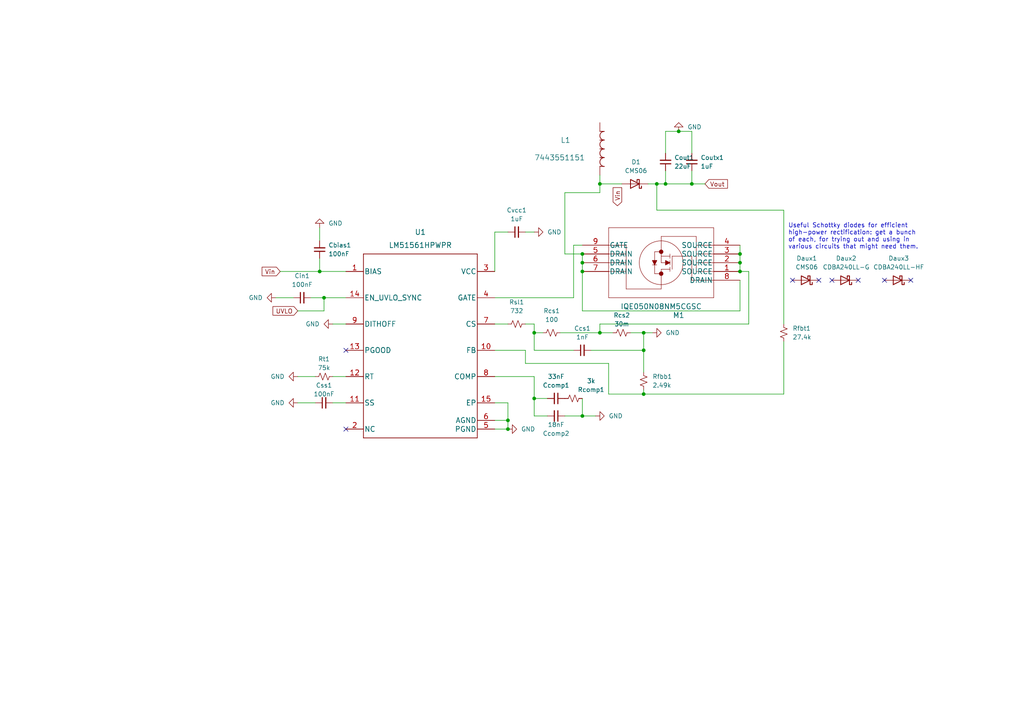
<source format=kicad_sch>
(kicad_sch (version 20211123) (generator eeschema)
  (paper "A4")
  (lib_symbols
    (symbol "2023-01-29_23-53-00:LM51561HPWPR" (pin_names (offset 0.254))
      (property "Reference" "U" (at 0 2.54 0))
      (property "Value" "LM51561HPWPR" (at 0 0 0))
      (symbol "LM51561HPWPR_1_1"
        (polyline (pts (xy 5.08 -48.26) (xy 38.1 -48.26)) (stroke (width 0.2032)))
        (polyline (pts (xy 5.08 5.08) (xy 5.08 -48.26)) (stroke (width 0.2032)))
        (polyline (pts (xy 38.1 -48.26) (xy 38.1 5.08)) (stroke (width 0.2032)))
        (polyline (pts (xy 38.1 5.08) (xy 5.08 5.08)) (stroke (width 0.2032)))
        (pin power_in line (at 0 0 0) (length 5.08) (name "BIAS") (number "1"))
        (pin unspecified line (at 43.18 -22.86 180) (length 5.08) (name "FB") (number "10"))
        (pin unspecified line (at 0 -38.1 0) (length 5.08) (name "SS") (number "11"))
        (pin unspecified line (at 0 -30.48 0) (length 5.08) (name "RT") (number "12"))
        (pin open_collector line (at 0 -22.86 0) (length 5.08) (name "PGOOD") (number "13"))
        (pin input line (at 0 -7.62 0) (length 5.08) (name "EN_UVLO_SYNC") (number "14"))
        (pin unspecified line (at 43.18 -38.1 180) (length 5.08) (name "EP") (number "15"))
        (pin unspecified line (at 0 -45.72 0) (length 5.08) (name "NC") (number "2"))
        (pin unspecified line (at 43.18 0 180) (length 5.08) (name "VCC") (number "3"))
        (pin unspecified line (at 43.18 -7.62 180) (length 5.08) (name "GATE") (number "4"))
        (pin power_in line (at 43.18 -45.72 180) (length 5.08) (name "PGND") (number "5"))
        (pin power_in line (at 43.18 -43.18 180) (length 5.08) (name "AGND") (number "6"))
        (pin unspecified line (at 43.18 -15.24 180) (length 5.08) (name "CS") (number "7"))
        (pin unspecified line (at 43.18 -30.48 180) (length 5.08) (name "COMP") (number "8"))
        (pin input line (at 0 -15.24 0) (length 5.08) (name "DITHOFF") (number "9"))
      )
    )
    (symbol "2023-01-30_00-16-33:IQE050N08NM5CGATMA1" (pin_names (offset 0.254))
      (property "Reference" "U" (at 22.86 12.7 0))
      (property "Value" "IQE050N08NM5CGATMA1" (at 22.86 10.16 0))
      (symbol "IQE050N08NM5CGATMA1_1_1"
        (polyline (pts (xy 7.62 -12.7) (xy 38.1 -12.7)) (stroke (width 0.127)))
        (polyline (pts (xy 7.62 -7.62) (xy 12.7 -7.62)) (stroke (width 0.127)))
        (polyline (pts (xy 7.62 -5.08) (xy 12.7 -5.08)) (stroke (width 0.127)))
        (polyline (pts (xy 7.62 -2.54) (xy 12.7 -2.54)) (stroke (width 0.127)))
        (polyline (pts (xy 7.62 0) (xy 12.7 0)) (stroke (width 0.127)))
        (polyline (pts (xy 7.62 2.54) (xy 13.97 2.54)) (stroke (width 0.127)))
        (polyline (pts (xy 7.62 7.62) (xy 7.62 -12.7)) (stroke (width 0.127)))
        (polyline (pts (xy 12.7 -10.16) (xy 22.86 -10.16)) (stroke (width 0.127)))
        (polyline (pts (xy 12.7 0) (xy 12.7 -10.16)) (stroke (width 0.127)))
        (polyline (pts (xy 13.97 2.54) (xy 13.97 -4.445)) (stroke (width 0.127)))
        (polyline (pts (xy 19.685 -4.445) (xy 13.97 -4.445)) (stroke (width 0.127)))
        (polyline (pts (xy 19.685 -0.635) (xy 19.685 -4.445)) (stroke (width 0.127)))
        (polyline (pts (xy 20.32 -4.445) (xy 22.86 -4.445)) (stroke (width 0.127)))
        (polyline (pts (xy 20.32 -3.81) (xy 20.32 -5.08)) (stroke (width 0.127)))
        (polyline (pts (xy 20.32 -2.54) (xy 21.59 -3.175)) (stroke (width 0.127)))
        (polyline (pts (xy 20.32 -2.54) (xy 21.59 -1.905)) (stroke (width 0.127)))
        (polyline (pts (xy 20.32 -1.905) (xy 20.32 -3.175)) (stroke (width 0.127)))
        (polyline (pts (xy 20.32 -1.27) (xy 20.32 0)) (stroke (width 0.127)))
        (polyline (pts (xy 20.32 -0.635) (xy 22.86 -0.635)) (stroke (width 0.127)))
        (polyline (pts (xy 21.59 -1.905) (xy 21.59 -3.175)) (stroke (width 0.127)))
        (polyline (pts (xy 22.86 -5.715) (xy 24.765 -5.715)) (stroke (width 0.127)))
        (polyline (pts (xy 22.86 -2.54) (xy 20.32 -2.54)) (stroke (width 0.127)))
        (polyline (pts (xy 22.86 -2.54) (xy 22.86 -10.16)) (stroke (width 0.127)))
        (polyline (pts (xy 22.86 -0.635) (xy 22.86 5.08)) (stroke (width 0.127)))
        (polyline (pts (xy 22.86 0.635) (xy 24.765 0.635)) (stroke (width 0.127)))
        (polyline (pts (xy 24.13 -3.175) (xy 25.4 -3.175)) (stroke (width 0.127)))
        (polyline (pts (xy 24.13 -1.905) (xy 25.4 -1.905)) (stroke (width 0.127)))
        (polyline (pts (xy 24.765 -5.715) (xy 24.765 0.635)) (stroke (width 0.127)))
        (polyline (pts (xy 24.765 -1.905) (xy 24.13 -3.175)) (stroke (width 0.127)))
        (polyline (pts (xy 25.4 -3.175) (xy 24.765 -1.905)) (stroke (width 0.127)))
        (polyline (pts (xy 33.02 -7.62) (xy 33.02 5.08)) (stroke (width 0.127)))
        (polyline (pts (xy 33.02 5.08) (xy 22.86 5.08)) (stroke (width 0.127)))
        (polyline (pts (xy 38.1 -12.7) (xy 38.1 7.62)) (stroke (width 0.127)))
        (polyline (pts (xy 38.1 -7.62) (xy 33.02 -7.62)) (stroke (width 0.127)))
        (polyline (pts (xy 38.1 -5.08) (xy 33.02 -5.08)) (stroke (width 0.127)))
        (polyline (pts (xy 38.1 -2.54) (xy 33.02 -2.54)) (stroke (width 0.127)))
        (polyline (pts (xy 38.1 0) (xy 33.02 0)) (stroke (width 0.127)))
        (polyline (pts (xy 38.1 7.62) (xy 7.62 7.62)) (stroke (width 0.127)))
        (polyline (pts (xy 20.32 -2.54) (xy 21.59 -1.905) (xy 21.59 -3.175) (xy 20.32 -2.54)) (fill (type outline)))
        (polyline (pts (xy 24.13 -3.175) (xy 25.4 -3.175) (xy 24.765 -1.905) (xy 24.13 -3.175)) (fill (type outline)))
        (arc (start 22.733 -5.715) (mid 22.987 -5.715) (end 22.733 -5.715) (stroke (width 0.508)))
        (arc (start 22.733 0.635) (mid 22.987 0.635) (end 22.733 0.635) (stroke (width 0.508)))
        (circle (center 22.86 -5.715) (radius 0.127) (stroke (width 0.508)))
        (circle (center 22.86 -2.54) (radius 6.35) (stroke (width 0.127)))
        (circle (center 22.86 0.635) (radius 0.127) (stroke (width 0.508)))
        (arc (start 22.86 3.81) (mid 22.86 -8.89) (end 22.86 3.81) (stroke (width 0.127)))
        (pin unspecified line (at 0 0 0) (length 7.62) (name "SOURCE") (number "1"))
        (pin unspecified line (at 0 -2.54 0) (length 7.62) (name "SOURCE") (number "2"))
        (pin unspecified line (at 0 -5.08 0) (length 7.62) (name "SOURCE") (number "3"))
        (pin unspecified line (at 0 -7.62 0) (length 7.62) (name "SOURCE") (number "4"))
        (pin unspecified line (at 45.72 -5.08 180) (length 7.62) (name "DRAIN") (number "5"))
        (pin unspecified line (at 45.72 -2.54 180) (length 7.62) (name "DRAIN") (number "6"))
        (pin unspecified line (at 45.72 0 180) (length 7.62) (name "DRAIN") (number "7"))
        (pin unspecified line (at 0 2.54 0) (length 7.62) (name "DRAIN") (number "8"))
        (pin unspecified line (at 45.72 -7.62 180) (length 7.62) (name "GATE") (number "9"))
      )
    )
    (symbol "2023-01-30_01-28-52:7443551151" (pin_numbers hide) (pin_names (offset 1.651) hide)
      (property "Reference" "L" (at 6.985 5.08 0))
      (property "Value" "7443551151" (at 6.985 -5.715 0))
      (symbol "7443551151_1_1"
        (polyline (pts (xy 2.54 0) (xy 2.54 1.27)) (stroke (width 0.2032)))
        (polyline (pts (xy 5.08 0) (xy 5.08 1.27)) (stroke (width 0.2032)))
        (polyline (pts (xy 7.62 0) (xy 7.62 1.27)) (stroke (width 0.2032)))
        (polyline (pts (xy 10.16 0) (xy 10.16 1.27)) (stroke (width 0.2032)))
        (polyline (pts (xy 12.7 0) (xy 12.7 1.27)) (stroke (width 0.2032)))
        (arc (start 2.54 1.27) (mid 3.81 0) (end 5.08 1.27) (stroke (width 0.2032)))
        (arc (start 5.08 1.27) (mid 6.35 0) (end 7.62 1.27) (stroke (width 0.2032)))
        (arc (start 7.62 1.27) (mid 8.89 0) (end 10.16 1.27) (stroke (width 0.2032)))
        (arc (start 10.16 1.27) (mid 11.43 0) (end 12.7 1.27) (stroke (width 0.2032)))
        (pin unspecified line (at 15.24 0 180) (length 2.54) (name "1") (number "1"))
        (pin unspecified line (at 0 0 0) (length 2.54) (name "2") (number "2"))
      )
    )
    (symbol "Device:C_Small" (pin_numbers hide) (pin_names (offset 0.254) hide)
      (property "Reference" "C" (at 0.254 1.778 0))
      (property "Value" "C_Small" (at 0.254 -2.032 0))
      (symbol "C_Small_0_1"
        (polyline (pts (xy -1.524 -0.508) (xy 1.524 -0.508)) (stroke (width 0.3302)))
        (polyline (pts (xy -1.524 0.508) (xy 1.524 0.508)) (stroke (width 0.3048)))
      )
      (symbol "C_Small_1_1"
        (pin passive line (at 0 2.54 270) (length 2.032) (name "~") (number "1"))
        (pin passive line (at 0 -2.54 90) (length 2.032) (name "~") (number "2"))
      )
    )
    (symbol "Device:D_Schottky" (pin_numbers hide) (pin_names (offset 1.016) hide)
      (property "Reference" "D" (at 0 2.54 0))
      (property "Value" "D_Schottky" (at 0 -2.54 0))
      (symbol "D_Schottky_0_1"
        (polyline (pts (xy 1.27 0) (xy -1.27 0)))
        (polyline (pts (xy 1.27 1.27) (xy 1.27 -1.27) (xy -1.27 0) (xy 1.27 1.27)) (stroke (width 0.254)))
        (polyline (pts (xy -1.905 0.635) (xy -1.905 1.27) (xy -1.27 1.27) (xy -1.27 -1.27) (xy -0.635 -1.27) (xy -0.635 -0.635)) (stroke (width 0.254)))
      )
      (symbol "D_Schottky_1_1"
        (pin passive line (at -3.81 0 0) (length 2.54) (name "K") (number "1"))
        (pin passive line (at 3.81 0 180) (length 2.54) (name "A") (number "2"))
      )
    )
    (symbol "Device:R_Small_US" (pin_numbers hide) (pin_names (offset 0.254) hide)
      (property "Reference" "R" (at 0.762 0.508 0))
      (property "Value" "R_Small_US" (at 0.762 -1.016 0))
      (symbol "R_Small_US_1_1"
        (polyline (pts (xy 0 0) (xy 1.016 -0.381) (xy 0 -0.762) (xy -1.016 -1.143) (xy 0 -1.524)))
        (polyline (pts (xy 0 1.524) (xy 1.016 1.143) (xy 0 0.762) (xy -1.016 0.381) (xy 0 0)))
        (pin passive line (at 0 2.54 270) (length 1.016) (name "~") (number "1"))
        (pin passive line (at 0 -2.54 90) (length 1.016) (name "~") (number "2"))
      )
    )
    (symbol "power:GND" (power) (pin_names (offset 0))
      (property "Value" "GND" (at 0 -3.81 0))
      (symbol "GND_0_1"
        (polyline (pts (xy 0 0) (xy 0 -1.27) (xy 1.27 -1.27) (xy 0 -2.54) (xy -1.27 -1.27) (xy 0 -1.27)))
      )
      (symbol "GND_1_1"
        (pin power_in line (at 0 0 270) (length 0) hide (name "GND") (number "1"))
      )
    )
  )
  (junction (at 196.85 38.1))
  (junction (at 92.71 78.74))
  (junction (at 168.91 120.65))
  (junction (at 154.94 96.52))
  (junction (at 173.99 53.34))
  (junction (at 186.69 96.52))
  (junction (at 214.63 76.2))
  (junction (at 154.94 115.57))
  (junction (at 190.5 53.34))
  (junction (at 186.69 114.3))
  (junction (at 168.91 78.74))
  (junction (at 93.98 86.36))
  (junction (at 147.32 124.46))
  (junction (at 168.91 73.66))
  (junction (at 186.69 101.6))
  (junction (at 214.63 78.74))
  (junction (at 147.32 121.92))
  (junction (at 168.91 76.2))
  (junction (at 193.04 53.34))
  (junction (at 214.63 73.66))
  (junction (at 200.66 53.34))
  (junction (at 173.99 96.52))
  (no_connect (at 229.87 81.28))
  (no_connect (at 237.49 81.28))
  (no_connect (at 256.54 81.28))
  (no_connect (at 248.92 81.28))
  (no_connect (at 241.3 81.28))
  (no_connect (at 264.16 81.28))
  (no_connect (at 100.33 101.6))
  (no_connect (at 100.33 124.46))
  (wire (pts (xy 163.83 120.65) (xy 168.91 120.65)))
  (wire (pts (xy 162.56 96.52) (xy 173.99 96.52)))
  (wire (pts (xy 173.99 96.52) (xy 177.8 96.52)))
  (wire (pts (xy 168.91 90.17) (xy 168.91 78.74)))
  (wire (pts (xy 182.88 96.52) (xy 186.69 96.52)))
  (wire (pts (xy 143.51 121.92) (xy 147.32 121.92)))
  (wire (pts (xy 186.69 101.6) (xy 186.69 107.95)))
  (wire (pts (xy 163.83 55.88) (xy 173.99 55.88)))
  (wire (pts (xy 200.66 38.1) (xy 196.85 38.1)))
  (wire (pts (xy 227.33 114.3) (xy 186.69 114.3)))
  (wire (pts (xy 93.98 86.36) (xy 100.33 86.36)))
  (wire (pts (xy 166.37 101.6) (xy 154.94 101.6)))
  (wire (pts (xy 80.01 86.36) (xy 85.09 86.36)))
  (wire (pts (xy 92.71 66.04) (xy 92.71 69.85)))
  (wire (pts (xy 143.51 116.84) (xy 147.32 116.84)))
  (wire (pts (xy 200.66 49.53) (xy 200.66 53.34)))
  (wire (pts (xy 90.17 86.36) (xy 93.98 86.36)))
  (wire (pts (xy 143.51 67.31) (xy 147.32 67.31)))
  (wire (pts (xy 96.52 116.84) (xy 100.33 116.84)))
  (wire (pts (xy 152.4 67.31) (xy 154.94 67.31)))
  (wire (pts (xy 163.83 73.66) (xy 163.83 55.88)))
  (wire (pts (xy 147.32 116.84) (xy 147.32 121.92)))
  (wire (pts (xy 193.04 44.45) (xy 193.04 38.1)))
  (wire (pts (xy 217.17 78.74) (xy 217.17 93.98)))
  (wire (pts (xy 187.96 53.34) (xy 190.5 53.34)))
  (wire (pts (xy 176.53 105.41) (xy 152.4 105.41)))
  (wire (pts (xy 166.37 86.36) (xy 166.37 71.12)))
  (wire (pts (xy 168.91 73.66) (xy 163.83 73.66)))
  (wire (pts (xy 214.63 90.17) (xy 168.91 90.17)))
  (wire (pts (xy 154.94 109.22) (xy 143.51 109.22)))
  (wire (pts (xy 143.51 93.98) (xy 147.32 93.98)))
  (wire (pts (xy 154.94 120.65) (xy 154.94 115.57)))
  (wire (pts (xy 186.69 96.52) (xy 189.23 96.52)))
  (wire (pts (xy 154.94 115.57) (xy 158.75 115.57)))
  (wire (pts (xy 152.4 105.41) (xy 152.4 101.6)))
  (wire (pts (xy 193.04 49.53) (xy 193.04 53.34)))
  (wire (pts (xy 154.94 93.98) (xy 154.94 96.52)))
  (wire (pts (xy 168.91 76.2) (xy 168.91 73.66)))
  (wire (pts (xy 154.94 96.52) (xy 154.94 101.6)))
  (wire (pts (xy 143.51 124.46) (xy 147.32 124.46)))
  (wire (pts (xy 214.63 71.12) (xy 214.63 73.66)))
  (wire (pts (xy 214.63 76.2) (xy 214.63 78.74)))
  (wire (pts (xy 190.5 53.34) (xy 190.5 60.96)))
  (wire (pts (xy 200.66 44.45) (xy 200.66 38.1)))
  (wire (pts (xy 190.5 60.96) (xy 227.33 60.96)))
  (wire (pts (xy 147.32 121.92) (xy 147.32 124.46)))
  (wire (pts (xy 186.69 101.6) (xy 186.69 96.52)))
  (wire (pts (xy 214.63 78.74) (xy 217.17 78.74)))
  (wire (pts (xy 171.45 101.6) (xy 186.69 101.6)))
  (wire (pts (xy 152.4 101.6) (xy 143.51 101.6)))
  (wire (pts (xy 168.91 120.65) (xy 168.91 115.57)))
  (wire (pts (xy 86.36 90.17) (xy 93.98 90.17)))
  (wire (pts (xy 96.52 109.22) (xy 100.33 109.22)))
  (wire (pts (xy 172.72 120.65) (xy 168.91 120.65)))
  (wire (pts (xy 154.94 93.98) (xy 152.4 93.98)))
  (wire (pts (xy 86.36 109.22) (xy 91.44 109.22)))
  (wire (pts (xy 176.53 114.3) (xy 176.53 105.41)))
  (wire (pts (xy 186.69 113.03) (xy 186.69 114.3)))
  (wire (pts (xy 143.51 86.36) (xy 166.37 86.36)))
  (wire (pts (xy 227.33 60.96) (xy 227.33 93.98)))
  (wire (pts (xy 186.69 114.3) (xy 176.53 114.3)))
  (wire (pts (xy 173.99 93.98) (xy 217.17 93.98)))
  (wire (pts (xy 190.5 53.34) (xy 193.04 53.34)))
  (wire (pts (xy 214.63 81.28) (xy 214.63 90.17)))
  (wire (pts (xy 166.37 71.12) (xy 168.91 71.12)))
  (wire (pts (xy 92.71 74.93) (xy 92.71 78.74)))
  (wire (pts (xy 96.52 93.98) (xy 100.33 93.98)))
  (wire (pts (xy 158.75 120.65) (xy 154.94 120.65)))
  (wire (pts (xy 214.63 73.66) (xy 214.63 76.2)))
  (wire (pts (xy 227.33 99.06) (xy 227.33 114.3)))
  (wire (pts (xy 92.71 78.74) (xy 100.33 78.74)))
  (wire (pts (xy 173.99 50.8) (xy 173.99 53.34)))
  (wire (pts (xy 86.36 116.84) (xy 91.44 116.84)))
  (wire (pts (xy 143.51 67.31) (xy 143.51 78.74)))
  (wire (pts (xy 193.04 38.1) (xy 196.85 38.1)))
  (wire (pts (xy 154.94 115.57) (xy 154.94 109.22)))
  (wire (pts (xy 93.98 90.17) (xy 93.98 86.36)))
  (wire (pts (xy 81.28 78.74) (xy 92.71 78.74)))
  (wire (pts (xy 168.91 78.74) (xy 168.91 76.2)))
  (wire (pts (xy 173.99 96.52) (xy 173.99 93.98)))
  (wire (pts (xy 193.04 53.34) (xy 200.66 53.34)))
  (wire (pts (xy 154.94 96.52) (xy 157.48 96.52)))
  (wire (pts (xy 173.99 53.34) (xy 180.34 53.34)))
  (wire (pts (xy 200.66 53.34) (xy 204.47 53.34)))
  (wire (pts (xy 173.99 53.34) (xy 173.99 55.88)))
  (text "Useful Schottky diodes for efficient\nhigh-power rectification: get a bunch\nof each, for trying out and using in\nvarious circuits that might need them." (at 228.6 72.39 0) (effects (font (size 1.27 1.27)) (justify left bottom)))
  (global_label "Vin" (shape input) (at 179.07 59.69 90) (property "Intersheet References" "${INTERSHEET_REFS}" (effects hide)))
  (global_label "Vout" (shape input) (at 204.47 53.34 0) (property "Intersheet References" "${INTERSHEET_REFS}" (effects hide)))
  (global_label "Vin" (shape input) (at 81.28 78.74 180) (property "Intersheet References" "${INTERSHEET_REFS}" (effects hide)))
  (global_label "UVLO" (shape input) (at 86.36 90.17 180) (property "Intersheet References" "${INTERSHEET_REFS}" (effects hide)))
  (symbol (lib_id "Device:C_Small") (at 87.63 86.36 90) (unit 1)
    (property "Reference" "Cin1" (at 87.6363 80.01 90))
    (property "Value" "100nF" (at 87.6363 82.55 90))
    (property "Footprint" "Capacitor_SMD:C_1206_3216Metric" (effects hide))
  )
  (symbol (lib_id "power:GND") (at 147.32 124.46 90) (unit 1)
    (property "Reference" "#PWR0106" (effects hide))
    (property "Value" "GND" (at 151.13 124.4599 90) (effects (justify right)))
  )
  (symbol (lib_id "power:GND") (at 172.72 120.65 90) (unit 1)
    (property "Reference" "#PWR0104" (effects hide))
    (property "Value" "GND" (at 176.53 120.6501 90) (effects (justify right)))
  )
  (symbol (lib_id "power:GND") (at 96.52 93.98 270) (unit 1)
    (property "Reference" "#PWR0101" (effects hide))
    (property "Value" "GND" (at 92.71 93.9799 90) (effects (justify right)))
  )
  (symbol (lib_id "Device:R_Small_US") (at 166.37 115.57 270) (unit 1)
    (property "Reference" "Rcomp1" (at 171.45 113.03 90))
    (property "Value" "3k" (at 171.45 110.49 90))
    (property "Footprint" "Resistor_SMD:R_0603_1608Metric" (effects hide))
  )
  (symbol (lib_id "power:GND") (at 92.71 66.04 180) (unit 1)
    (property "Reference" "#PWR0105" (effects hide))
    (property "Value" "GND" (at 95.25 64.7699 0) (effects (justify right)))
  )
  (symbol (lib_id "Device:C_Small") (at 161.29 120.65 270) (unit 1)
    (property "Reference" "Ccomp2" (at 161.29 125.73 90))
    (property "Value" "18nF" (at 161.29 123.19 90))
    (property "Footprint" "Capacitor_SMD:C_0805_2012Metric" (effects hide))
  )
  (symbol (lib_id "Device:R_Small_US") (at 186.69 110.49 180) (unit 1)
    (property "Reference" "Rfbb1" (at 189.23 109.2199 0) (effects (justify right)))
    (property "Value" "2.49k" (at 189.23 111.7599 0) (effects (justify right)))
    (property "Footprint" "Resistor_SMD:R_0603_1608Metric" (effects hide))
  )
  (symbol (lib_id "Device:R_Small_US") (at 149.86 93.98 90) (unit 1)
    (property "Reference" "Rsl1" (at 149.86 87.63 90))
    (property "Value" "732" (at 149.86 90.17 90))
    (property "Footprint" "Resistor_SMD:R_0805_2012Metric" (effects hide))
  )
  (symbol (lib_id "power:GND") (at 189.23 96.52 90) (unit 1)
    (property "Reference" "#PWR0108" (effects hide))
    (property "Value" "GND" (at 193.04 96.5199 90) (effects (justify right)))
  )
  (symbol (lib_id "power:GND") (at 80.01 86.36 270) (unit 1)
    (property "Reference" "#PWR0110" (effects hide))
    (property "Value" "GND" (at 76.2 86.3599 90) (effects (justify right)))
  )
  (symbol (lib_id "2023-01-30_00-16-33:IQE050N08NM5CGATMA1") (at 214.63 78.74 180) (unit 1)
    (property "Reference" "M1" (at 196.85 91.44 0) (effects (font (size 1.524 1.524))))
    (property "Value" "IQE050N08NM5CGSC" (at 191.77 88.9 0) (effects (font (size 1.524 1.524))))
    (property "Footprint" "N MOSFET:IQE050N08NM5CGATMA1" (effects hide))
  )
  (symbol (lib_id "Device:R_Small_US") (at 227.33 96.52 180) (unit 1)
    (property "Reference" "Rfbt1" (at 229.87 95.2499 0) (effects (justify right)))
    (property "Value" "27.4k" (at 229.87 97.7899 0) (effects (justify right)))
    (property "Footprint" "Resistor_SMD:R_0603_1608Metric" (effects hide))
  )
  (symbol (lib_id "Device:C_Small") (at 92.71 72.39 180) (unit 1)
    (property "Reference" "Cbias1" (at 95.25 71.1135 0) (effects (justify right)))
    (property "Value" "100nF" (at 95.25 73.6535 0) (effects (justify right)))
    (property "Footprint" "Capacitor_SMD:C_0805_2012Metric" (effects hide))
  )
  (symbol (lib_id "power:GND") (at 86.36 109.22 270) (unit 1)
    (property "Reference" "#PWR0102" (effects hide))
    (property "Value" "GND" (at 82.55 109.2199 90) (effects (justify right)))
  )
  (symbol (lib_id "Device:C_Small") (at 149.86 67.31 90) (unit 1)
    (property "Reference" "Cvcc1" (at 149.8663 60.96 90))
    (property "Value" "1uF" (at 149.8663 63.5 90))
    (property "Footprint" "Capacitor_SMD:C_0603_1608Metric" (effects hide))
  )
  (symbol (lib_id "Device:C_Small") (at 161.29 115.57 270) (unit 1)
    (property "Reference" "Ccomp1" (at 161.29 111.76 90))
    (property "Value" "33nF" (at 161.29 109.22 90))
    (property "Footprint" "Capacitor_SMD:C_0805_2012Metric" (effects hide))
  )
  (symbol (lib_id "power:GND") (at 196.85 38.1 180) (unit 1)
    (property "Reference" "#PWR0109" (effects hide))
    (property "Value" "GND" (at 199.39 36.8299 0) (effects (justify right)))
  )
  (symbol (lib_id "power:GND") (at 86.36 116.84 270) (unit 1)
    (property "Reference" "#PWR0103" (effects hide))
    (property "Value" "GND" (at 82.55 116.8399 90) (effects (justify right)))
  )
  (symbol (lib_id "Device:D_Schottky") (at 233.68 81.28 180) (unit 1) (on_board no)
    (property "Reference" "Daux1" (at 233.9975 74.93 0))
    (property "Value" "CMS06" (at 233.9975 77.47 0))
  )
  (symbol (lib_id "Device:C_Small") (at 200.66 46.99 180) (unit 1)
    (property "Reference" "Coutx1" (at 203.2 45.7135 0) (effects (justify right)))
    (property "Value" "1uF" (at 203.2 48.2535 0) (effects (justify right)))
    (property "Footprint" "Capacitor_SMD:C_0805_2012Metric" (effects hide))
  )
  (symbol (lib_id "Device:R_Small_US") (at 180.34 96.52 90) (unit 1)
    (property "Reference" "Rcs2" (at 180.34 91.44 90))
    (property "Value" "30m" (at 180.34 93.98 90))
    (property "Footprint" "Resistor_SMD:R_1206_3216Metric" (effects hide))
  )
  (symbol (lib_id "2023-01-29_23-53-00:LM51561HPWPR") (at 100.33 78.74 0) (unit 1)
    (property "Reference" "U1" (at 121.92 67.31 0) (effects (font (size 1.524 1.524))))
    (property "Value" "LM51561HPWPR" (at 121.92 71.12 0) (effects (font (size 1.524 1.524))))
    (property "Footprint" "IC:LM51561HPWPR" (effects hide))
  )
  (symbol (lib_id "2023-01-30_01-28-52:7443551151") (at 173.99 35.56 270) (unit 1)
    (property "Reference" "L1" (at 162.56 40.64 90) (effects (font (size 1.524 1.524)) (justify left)))
    (property "Value" "7443551151" (at 154.94 45.72 90) (effects (font (size 1.524 1.524)) (justify left)))
    (property "Footprint" "inductor:7443551151" (effects hide))
  )
  (symbol (lib_id "Device:R_Small_US") (at 160.02 96.52 90) (unit 1)
    (property "Reference" "Rcs1" (at 160.02 90.17 90))
    (property "Value" "100" (at 160.02 92.71 90))
    (property "Footprint" "Resistor_SMD:R_0805_2012Metric" (effects hide))
  )
  (symbol (lib_id "Device:D_Schottky") (at 260.35 81.28 180) (unit 1) (on_board no)
    (property "Reference" "Daux3" (at 260.6675 74.93 0))
    (property "Value" "CDBA240LL-HF" (at 260.6675 77.47 0))
  )
  (symbol (lib_id "Device:R_Small_US") (at 93.98 109.22 90) (unit 1)
    (property "Reference" "Rt1" (at 93.98 104.14 90))
    (property "Value" "75k" (at 93.98 106.68 90))
    (property "Footprint" "Resistor_SMD:R_0805_2012Metric" (effects hide))
  )
  (symbol (lib_id "Device:D_Schottky") (at 245.11 81.28 180) (unit 1) (on_board no)
    (property "Reference" "Daux2" (at 245.4275 74.93 0))
    (property "Value" "CDBA240LL-G" (at 245.4275 77.47 0))
  )
  (symbol (lib_id "Device:C_Small") (at 168.91 101.6 90) (unit 1)
    (property "Reference" "Ccs1" (at 168.9163 95.25 90))
    (property "Value" "1nF" (at 168.9163 97.79 90))
    (property "Footprint" "Capacitor_SMD:C_0805_2012Metric" (effects hide))
  )
  (symbol (lib_id "Device:C_Small") (at 193.04 46.99 180) (unit 1)
    (property "Reference" "Cout1" (at 195.58 45.7135 0) (effects (justify right)))
    (property "Value" "22uF" (at 195.58 48.2535 0) (effects (justify right)))
    (property "Footprint" "Capacitor_SMD:C_1210_3225Metric" (effects hide))
  )
  (symbol (lib_id "power:GND") (at 154.94 67.31 90) (unit 1)
    (property "Reference" "#PWR0107" (effects hide))
    (property "Value" "GND" (at 158.75 67.3099 90) (effects (justify right)))
  )
  (symbol (lib_id "Device:C_Small") (at 93.98 116.84 90) (unit 1)
    (property "Reference" "Css1" (at 93.98 111.76 90))
    (property "Value" "100nF" (at 93.98 114.3 90))
    (property "Footprint" "Capacitor_SMD:C_0805_2012Metric" (effects hide))
  )
  (symbol (lib_id "Device:D_Schottky") (at 184.15 53.34 180) (unit 1)
    (property "Reference" "D1" (at 184.4675 46.99 0))
    (property "Value" "CMS06" (at 184.4675 49.53 0))
    (property "Footprint" "Diode_SMD:D_SOD-128" (effects hide))
  )
)
</source>
